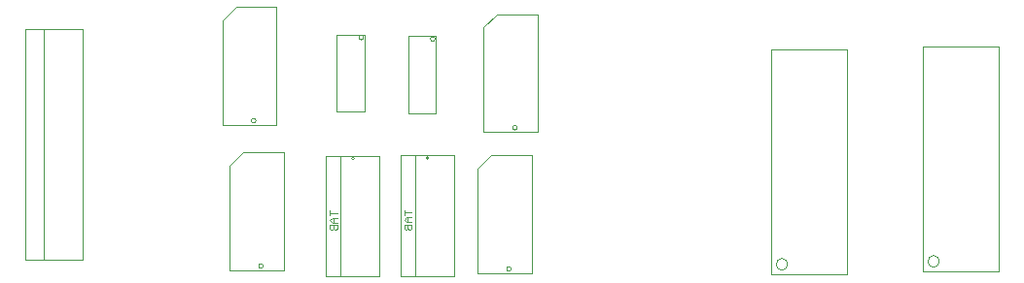
<source format=gbr>
%TF.GenerationSoftware,Altium Limited,Altium Designer,25.8.1 (18)*%
G04 Layer_Color=16711935*
%FSLAX45Y45*%
%MOMM*%
%TF.SameCoordinates,5194DE87-2E3A-4D0E-B7FB-1F2D01658319*%
%TF.FilePolarity,Positive*%
%TF.FileFunction,Other,Mechanical_13*%
%TF.Part,Single*%
G01*
G75*
%TA.AperFunction,NonConductor*%
%ADD39C,0.10000*%
%ADD40C,0.00000*%
%ADD41C,0.02540*%
D39*
X9881100Y6623400D02*
G03*
X9881100Y6623400I-50000J0D01*
G01*
X11201900Y6648800D02*
G03*
X11201900Y6648800I-50000J0D01*
G01*
X9741100Y8503400D02*
X10401100D01*
X9741100Y6533400D02*
X10401100D01*
Y8503400D01*
X9741100Y6533400D02*
Y8503400D01*
X11061900Y8528800D02*
X11721900D01*
X11061900Y6558800D02*
X11721900D01*
Y8528800D01*
X11061900Y6558800D02*
Y8528800D01*
X3740700Y6660800D02*
Y8680800D01*
X3240700Y6660800D02*
Y8680800D01*
Y6660800D02*
X3740700D01*
X3240700Y8680800D02*
X3740700D01*
X3400700Y6660800D02*
Y8680800D01*
D40*
X5316220Y6609080D02*
G03*
X5316220Y6609080I-20320J0D01*
G01*
X6189220Y8604250D02*
G03*
X6189220Y8604250I-20320J0D01*
G01*
X7475220Y6583680D02*
G03*
X7475220Y6583680I-20320J0D01*
G01*
X6811520Y8591550D02*
G03*
X6811520Y8591550I-20320J0D01*
G01*
X6108700Y7546180D02*
G03*
X6108700Y7546180I-12700J0D01*
G01*
X6756400Y7548880D02*
G03*
X6756400Y7548880I-12700J0D01*
G01*
X7526020Y7815580D02*
G03*
X7526020Y7815580I-20320J0D01*
G01*
X5252720Y7879080D02*
G03*
X5252720Y7879080I-20320J0D01*
G01*
D41*
X5022850Y6570980D02*
X5492750D01*
Y7602220D01*
X5140325D02*
X5492750D01*
X5022850Y7484745D02*
X5140325Y7602220D01*
X5022850Y6570980D02*
Y7484745D01*
X6194300Y7956550D02*
Y8629650D01*
X5956300Y7956550D02*
X6194300D01*
X5956300D02*
Y8629650D01*
X6194300D01*
X7181850Y6545580D02*
X7651750D01*
Y7576820D01*
X7299325D02*
X7651750D01*
X7181850Y7459345D02*
X7299325Y7576820D01*
X7181850Y6545580D02*
Y7459345D01*
X6816600Y7943850D02*
Y8616950D01*
X6578600Y7943850D02*
X6816600D01*
X6578600D02*
Y8616950D01*
X6816600D01*
X5990590Y6520020D02*
Y7571580D01*
X6328410Y6520020D02*
Y7571580D01*
X5863590Y6520020D02*
X6328410D01*
X5863590D02*
Y7571580D01*
X6328410D01*
X6638290Y6522720D02*
Y7574280D01*
X6976110Y6522720D02*
Y7574280D01*
X6511290Y6522720D02*
X6976110D01*
X6511290D02*
Y7574280D01*
X6976110D01*
X7232650Y7777480D02*
X7702550D01*
Y8808720D01*
X7350125D02*
X7702550D01*
X7232650Y8691245D02*
X7350125Y8808720D01*
X7232650Y7777480D02*
Y8691245D01*
X4959350Y7840980D02*
X5429250D01*
Y8872220D01*
X5076825D02*
X5429250D01*
X4959350Y8754745D02*
X5076825Y8872220D01*
X4959350Y7840980D02*
Y8754745D01*
X5895361Y7093425D02*
Y7051105D01*
Y7072265D01*
X5958840D01*
Y7029946D02*
X5916520D01*
X5895361Y7008786D01*
X5916520Y6987626D01*
X5958840D01*
X5927100D01*
Y7029946D01*
X5895361Y6966466D02*
X5958840D01*
Y6934726D01*
X5948260Y6924146D01*
X5937680D01*
X5927100Y6934726D01*
Y6966466D01*
Y6934726D01*
X5916520Y6924146D01*
X5905940D01*
X5895361Y6934726D01*
Y6966466D01*
X6543061Y7096125D02*
Y7053805D01*
Y7074965D01*
X6606540D01*
Y7032646D02*
X6564220D01*
X6543061Y7011486D01*
X6564220Y6990326D01*
X6606540D01*
X6574800D01*
Y7032646D01*
X6543061Y6969166D02*
X6606540D01*
Y6937426D01*
X6595960Y6926846D01*
X6585380D01*
X6574800Y6937426D01*
Y6969166D01*
Y6937426D01*
X6564220Y6926846D01*
X6553640D01*
X6543061Y6937426D01*
Y6969166D01*
%TF.MD5,7185dfafe8910d65928807ccda436158*%
M02*

</source>
